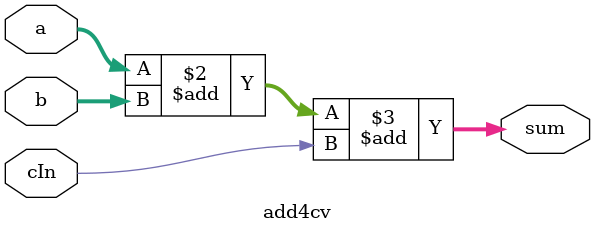
<source format=v>
module add4cv (sum, a, b, cIn);

output reg [3:0] sum;

input [3:0] a;
input [3:0] b;
input cIn;

always @(a, b, cIn)

{sum} = a + b + cIn;

endmodule
</source>
